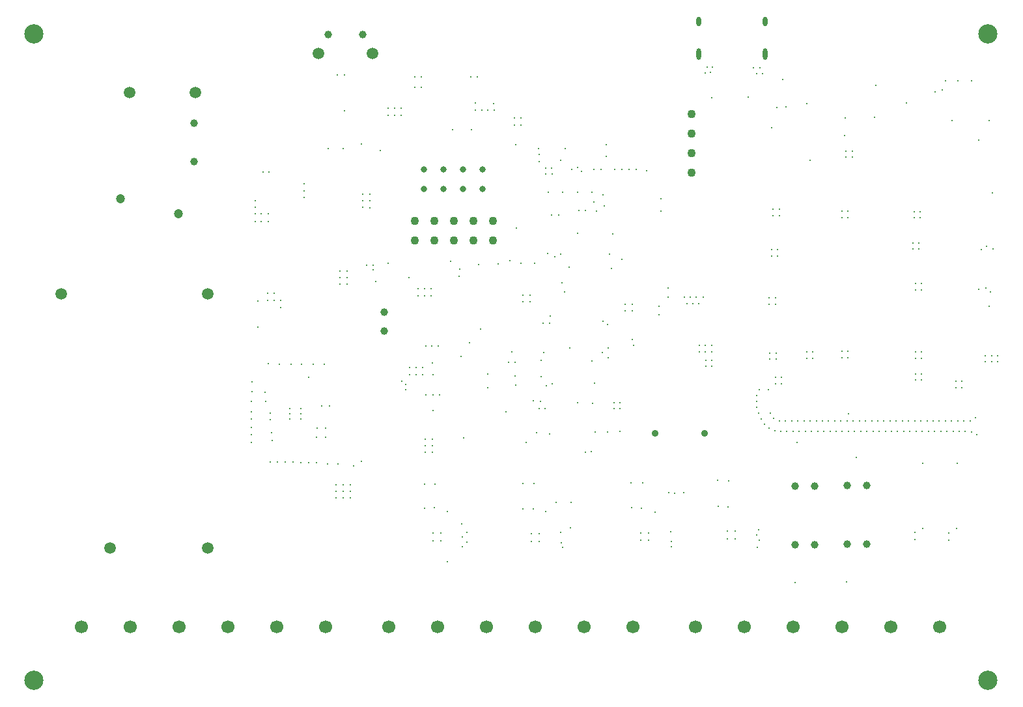
<source format=gbr>
%TF.GenerationSoftware,Altium Limited,Altium Designer,22.5.1 (42)*%
G04 Layer_Color=0*
%FSLAX45Y45*%
%MOMM*%
%TF.SameCoordinates,BCC7A4F8-9605-4868-ACEC-D28EECC8EA53*%
%TF.FilePolarity,Positive*%
%TF.FileFunction,Plated,1,4,PTH,Drill*%
%TF.Part,Single*%
G01*
G75*
%TA.AperFunction,ComponentDrill*%
%ADD226C,1.00000*%
%ADD228O,0.60000X1.50000*%
%ADD229O,0.60000X1.20000*%
%ADD230O,0.60000X1.50002*%
%ADD231C,1.50002*%
%ADD232C,1.50114*%
%ADD233C,1.19888*%
%TA.AperFunction,OtherDrill,Pad Free-1 (3mm,3mm)*%
%ADD234C,2.50000*%
%TA.AperFunction,ComponentDrill*%
%ADD235C,1.10002*%
%ADD236C,1.70002*%
%ADD237C,1.00000*%
%ADD238C,1.10002*%
%ADD239C,0.80000*%
%TA.AperFunction,OtherDrill,Pad Free-1 (127mm,3mm)*%
%ADD240C,2.50000*%
%TA.AperFunction,OtherDrill,Pad Free-1 (127mm,87mm)*%
%ADD241C,2.50000*%
%TA.AperFunction,OtherDrill,Pad Free-1 (3mm,87mm)*%
%ADD242C,2.50000*%
%TA.AperFunction,ComponentDrill*%
%ADD243C,0.90000*%
%ADD244C,1.00000*%
%TA.AperFunction,ViaDrill,NotFilled*%
%ADD245C,0.20000*%
%ADD246C,0.30480*%
D226*
X4572401Y8696963D02*
D03*
X4122379D02*
D03*
X10451930Y2067370D02*
D03*
Y2829370D02*
D03*
X11125420Y2074230D02*
D03*
Y2836230D02*
D03*
X10871420D02*
D03*
X10197930Y2829370D02*
D03*
Y2067370D02*
D03*
X10871420Y2074230D02*
D03*
D228*
X9806031Y8443257D02*
D03*
D229*
Y8863260D02*
D03*
X8941029D02*
D03*
D230*
Y8443261D02*
D03*
D231*
X1541707Y7944071D02*
D03*
X2401716D02*
D03*
X4697389Y8446938D02*
D03*
X3997391D02*
D03*
D232*
X650810Y5328270D02*
D03*
X2555810D02*
D03*
X1285810Y2026270D02*
D03*
X2555810D02*
D03*
D233*
X1425850Y6562510D02*
D03*
X2177550Y6366310D02*
D03*
D234*
X300000Y300000D02*
D03*
D235*
X8853710Y6897850D02*
D03*
Y7151850D02*
D03*
Y7659850D02*
D03*
Y7405850D02*
D03*
D236*
X1554408Y998280D02*
D03*
X919410D02*
D03*
X2189408D02*
D03*
X2824408D02*
D03*
X3459408D02*
D03*
X4094408D02*
D03*
X4909395D02*
D03*
X5544393D02*
D03*
X6179393D02*
D03*
X6814393D02*
D03*
X7449393D02*
D03*
X8084393D02*
D03*
X8899380D02*
D03*
X9534377D02*
D03*
X10169377D02*
D03*
X10804377D02*
D03*
X11439377D02*
D03*
X12074377D02*
D03*
D237*
X4852140Y5088510D02*
D03*
Y4838510D02*
D03*
D238*
X5250560Y6015340D02*
D03*
Y6269340D02*
D03*
X5504560Y6015340D02*
D03*
Y6269340D02*
D03*
X5758560Y6015340D02*
D03*
Y6269340D02*
D03*
X6012560Y6015340D02*
D03*
Y6269340D02*
D03*
X6266560Y6015340D02*
D03*
Y6269340D02*
D03*
D239*
X6131530Y6688710D02*
D03*
X5877530D02*
D03*
X5623530D02*
D03*
X5369530D02*
D03*
Y6942710D02*
D03*
X5623530D02*
D03*
X5877530D02*
D03*
X6131530D02*
D03*
D240*
X12700000Y300002D02*
D03*
D241*
X12699998Y8700002D02*
D03*
D242*
X299998Y8700000D02*
D03*
D243*
X8373390Y3516440D02*
D03*
X9023390D02*
D03*
D244*
X2382910Y7539820D02*
D03*
Y7039821D02*
D03*
D245*
X5889952Y3456165D02*
D03*
X12306330Y3125940D02*
D03*
X9196539Y2561819D02*
D03*
X8628687Y2736921D02*
D03*
X9324809Y2558279D02*
D03*
X8748250Y2743090D02*
D03*
X8552910Y2743170D02*
D03*
X9329270Y2891980D02*
D03*
X8066000Y2864660D02*
D03*
X8214420Y2868430D02*
D03*
X9192110Y2898840D02*
D03*
X7201530Y5346950D02*
D03*
X7718280Y6466250D02*
D03*
X7616600Y6403070D02*
D03*
X6570960Y6182790D02*
D03*
X4900923Y7641160D02*
D03*
X5717860Y5745049D02*
D03*
X6698640Y3393690D02*
D03*
X9091661Y8201187D02*
D03*
X3179650Y6260600D02*
D03*
X3342990D02*
D03*
X3257484D02*
D03*
X3808730Y6750956D02*
D03*
Y6665450D02*
D03*
Y6579490D02*
D03*
X3257484Y6363180D02*
D03*
X3342990D02*
D03*
X3179650D02*
D03*
Y6449141D02*
D03*
Y6534647D02*
D03*
X12018620Y7946170D02*
D03*
X12107243Y7974795D02*
D03*
X12153020Y8094380D02*
D03*
X11857870Y3125940D02*
D03*
X7779930Y5841780D02*
D03*
X7808340Y5656770D02*
D03*
X6988152Y6643816D02*
D03*
X7176698D02*
D03*
X7365245D02*
D03*
X7553791D02*
D03*
X7581087Y6520749D02*
D03*
X7696805Y6610358D02*
D03*
X7822280Y6100460D02*
D03*
X7944160Y5770970D02*
D03*
X9959000Y7741700D02*
D03*
X10075202Y7758136D02*
D03*
X10033806Y8109756D02*
D03*
X9890480Y7479260D02*
D03*
X6837120Y3519280D02*
D03*
X7007060Y3507260D02*
D03*
X7039891Y4152723D02*
D03*
X6795980Y3934140D02*
D03*
X6883250Y3929200D02*
D03*
X6556773Y4433689D02*
D03*
X6467272D02*
D03*
X7262602Y4621548D02*
D03*
X7005310Y4944440D02*
D03*
X6915810D02*
D03*
X8077309Y4730340D02*
D03*
X8093310Y4656220D02*
D03*
X3767250Y3701180D02*
D03*
Y3837320D02*
D03*
Y3770263D02*
D03*
X3628060D02*
D03*
Y3701180D02*
D03*
Y3837320D02*
D03*
X4144945Y3868888D02*
D03*
X4043530Y3867320D02*
D03*
X12581230Y7326140D02*
D03*
X6925060Y4562280D02*
D03*
X6434909Y3791339D02*
D03*
X6202220Y4281920D02*
D03*
X6514505Y4569040D02*
D03*
X6892080Y4244810D02*
D03*
X4367120Y5451650D02*
D03*
X4274690Y5537156D02*
D03*
X4367120D02*
D03*
X4274690Y5451650D02*
D03*
X4367120Y5623117D02*
D03*
X4274690D02*
D03*
X6634226Y7516117D02*
D03*
X6548720Y7608547D02*
D03*
Y7516117D02*
D03*
X6634226Y7608547D02*
D03*
X5976294Y8140650D02*
D03*
X6061800D02*
D03*
X5339256Y8004360D02*
D03*
X5251864Y8144630D02*
D03*
X5253750Y8004360D02*
D03*
X5337370Y8144630D02*
D03*
X5072390Y7733590D02*
D03*
X4986884Y7641160D02*
D03*
Y7733590D02*
D03*
X5072390Y7641160D02*
D03*
X4900923Y7733590D02*
D03*
X6119483Y7715460D02*
D03*
X6200777D02*
D03*
X6038190D02*
D03*
X6279230Y7799590D02*
D03*
X6038190Y7803796D02*
D03*
X6282070Y7715460D02*
D03*
X9771760Y8183820D02*
D03*
X9735580Y8264010D02*
D03*
X9658227D02*
D03*
X9694407Y8183820D02*
D03*
X9028281Y8193057D02*
D03*
X9052330Y8271060D02*
D03*
X9123190D02*
D03*
X9868769Y4556356D02*
D03*
Y4475973D02*
D03*
X9947189D02*
D03*
Y4556356D02*
D03*
X9728832Y4079467D02*
D03*
X9693937Y4007478D02*
D03*
Y3927479D02*
D03*
Y3847479D02*
D03*
X9724140Y3773399D02*
D03*
X9753195Y3698862D02*
D03*
X9797152Y3632021D02*
D03*
X9856716Y3578616D02*
D03*
X9929917Y3546343D02*
D03*
X10009343Y3536778D02*
D03*
X10089343D02*
D03*
X10169343D02*
D03*
X10249342D02*
D03*
X10329342D02*
D03*
X10409342D02*
D03*
X10489342D02*
D03*
X10569342D02*
D03*
X10649342D02*
D03*
X10729342D02*
D03*
X10809341D02*
D03*
X10889341D02*
D03*
X10969341D02*
D03*
X11049341D02*
D03*
X11129341D02*
D03*
X11209341D02*
D03*
X11289340D02*
D03*
X11369340D02*
D03*
X11449340D02*
D03*
X11529340D02*
D03*
X11609340D02*
D03*
X11689340D02*
D03*
X11769339D02*
D03*
X11849339D02*
D03*
X11929339D02*
D03*
X12009339D02*
D03*
X12089339D02*
D03*
X12169339D02*
D03*
X12249338D02*
D03*
X12329338D02*
D03*
X12409338D02*
D03*
X12489236Y3532728D02*
D03*
X12559692Y3494835D02*
D03*
X12540152Y3716066D02*
D03*
X12471353Y3675242D02*
D03*
X12391353D02*
D03*
X12311353D02*
D03*
X12231353D02*
D03*
X12151354D02*
D03*
X12071354D02*
D03*
X11991354D02*
D03*
X11911354D02*
D03*
X11831354D02*
D03*
X11751354D02*
D03*
X11671355D02*
D03*
X11591355D02*
D03*
X11511355D02*
D03*
X11431355D02*
D03*
X11351355D02*
D03*
X11271355D02*
D03*
X11191356D02*
D03*
X11111356D02*
D03*
X11031356D02*
D03*
X10951356D02*
D03*
X10871356D02*
D03*
X10791356D02*
D03*
X10711357D02*
D03*
X10631357D02*
D03*
X10551357D02*
D03*
X10471357D02*
D03*
X10391357D02*
D03*
X10311357D02*
D03*
X10231357D02*
D03*
X10151358D02*
D03*
X10071358D02*
D03*
X9991361Y3675958D02*
D03*
X9917407Y3706466D02*
D03*
X9871788Y3772184D02*
D03*
X9848523Y4081384D02*
D03*
X10020877Y4240270D02*
D03*
X9942457D02*
D03*
X10020877Y4159887D02*
D03*
X9942457D02*
D03*
X7557280Y4451510D02*
D03*
X7756825Y4929502D02*
D03*
X7702370Y4965720D02*
D03*
X6491600Y5755590D02*
D03*
X6864280Y7214570D02*
D03*
X7027100Y6346030D02*
D03*
X6978250Y5852340D02*
D03*
X7587770Y4162888D02*
D03*
X7259600Y5669010D02*
D03*
X7160950Y5469960D02*
D03*
X6894030Y4462160D02*
D03*
X7071140Y5809412D02*
D03*
X7366059Y3909474D02*
D03*
X6866330Y3831190D02*
D03*
X6944043Y3831897D02*
D03*
X6560270Y4138350D02*
D03*
X6966059Y4134110D02*
D03*
X6559512Y4257689D02*
D03*
X7124680Y6344360D02*
D03*
X6332680Y5712230D02*
D03*
X10990280Y3200910D02*
D03*
X3122540Y3499419D02*
D03*
Y3394189D02*
D03*
X3126340Y3592030D02*
D03*
X10193570Y1571460D02*
D03*
X9585285Y7876868D02*
D03*
X9112725Y7869838D02*
D03*
X7388000Y6405770D02*
D03*
X7466330Y6407110D02*
D03*
X4560570Y3150270D02*
D03*
X4454580Y3091760D02*
D03*
X4253114Y3110319D02*
D03*
X4114694Y3112449D02*
D03*
X3773364Y3134499D02*
D03*
X3370747Y3690387D02*
D03*
X3374140Y3777930D02*
D03*
X3565824Y3139939D02*
D03*
X3667072Y3137391D02*
D03*
X3468724Y3140369D02*
D03*
X5480590Y3434397D02*
D03*
X5384554Y3435722D02*
D03*
Y3350216D02*
D03*
X3309774Y3925859D02*
D03*
X10222340Y3390950D02*
D03*
X7549560Y3279190D02*
D03*
X7473810Y3264490D02*
D03*
X12198270Y2220869D02*
D03*
Y2125439D02*
D03*
X11750551Y2128750D02*
D03*
Y2224179D02*
D03*
X12297440Y2276780D02*
D03*
X11859050Y2274420D02*
D03*
X5171220Y5534770D02*
D03*
X4907930Y5726250D02*
D03*
X4621060Y5698730D02*
D03*
X4712670D02*
D03*
X3211160Y4890360D02*
D03*
Y5232370D02*
D03*
X3306854Y4049679D02*
D03*
X3385690Y3521170D02*
D03*
X3350413Y4421153D02*
D03*
X4802550Y7188960D02*
D03*
X3398750Y3420050D02*
D03*
X5824500Y5552200D02*
D03*
X5837410Y5648080D02*
D03*
X6080360Y5706180D02*
D03*
X7370153Y6107832D02*
D03*
X6658450Y5304963D02*
D03*
Y5224580D02*
D03*
X5295034Y5389359D02*
D03*
X5380995Y5296929D02*
D03*
X4712020Y5633300D02*
D03*
X4743550Y5488340D02*
D03*
X4412257Y2671368D02*
D03*
X4319827D02*
D03*
X3334978Y5330794D02*
D03*
Y5238363D02*
D03*
X3420939Y5330794D02*
D03*
Y5238363D02*
D03*
X10867340Y1585150D02*
D03*
X4574194Y6618132D02*
D03*
Y6532626D02*
D03*
Y6446665D02*
D03*
X4670230Y6445340D02*
D03*
Y6531301D02*
D03*
Y6616807D02*
D03*
X3355290Y6905860D02*
D03*
X3275119Y6905608D02*
D03*
X5393680Y4009930D02*
D03*
X5486010Y4277030D02*
D03*
X6202850Y4104670D02*
D03*
X5485570Y4013120D02*
D03*
X5991980Y7460490D02*
D03*
X7366132Y6969133D02*
D03*
X7420082Y6915182D02*
D03*
X8268683Y6926103D02*
D03*
X7206910Y7210520D02*
D03*
X7150500Y5840250D02*
D03*
X8998200Y5278810D02*
D03*
X10890880Y3768950D02*
D03*
X8545255Y5398656D02*
D03*
Y5280876D02*
D03*
X8449500Y6397770D02*
D03*
X8450340Y6563140D02*
D03*
X8080890Y5185340D02*
D03*
X7989180Y5188100D02*
D03*
X12285127Y4104986D02*
D03*
X12363547D02*
D03*
Y4185370D02*
D03*
X12285127D02*
D03*
X11760267Y4202907D02*
D03*
X11838687D02*
D03*
Y4283290D02*
D03*
X11760267D02*
D03*
X10345627Y4488446D02*
D03*
X10424047D02*
D03*
Y4568830D02*
D03*
X10345627D02*
D03*
X9036847Y4380636D02*
D03*
X9115267D02*
D03*
Y4461020D02*
D03*
X9036847D02*
D03*
X10859477Y7101546D02*
D03*
X10937897D02*
D03*
Y7181930D02*
D03*
X10859477D02*
D03*
X11741607Y6311427D02*
D03*
X11820027D02*
D03*
Y6391810D02*
D03*
X11741607D02*
D03*
X9912017Y6343426D02*
D03*
X9990437D02*
D03*
Y6423810D02*
D03*
X9912017D02*
D03*
X10807442Y6398294D02*
D03*
X10885862D02*
D03*
Y6317911D02*
D03*
X10807442D02*
D03*
X11761852Y5457514D02*
D03*
X11840272D02*
D03*
Y5377131D02*
D03*
X11761852D02*
D03*
X11728532Y5987784D02*
D03*
X11806952D02*
D03*
Y5907401D02*
D03*
X11728532D02*
D03*
X9887582Y5899754D02*
D03*
X9966002D02*
D03*
Y5819371D02*
D03*
X9887582D02*
D03*
X9861552Y5273224D02*
D03*
X9939972D02*
D03*
Y5192841D02*
D03*
X9861552D02*
D03*
X11761600Y4569600D02*
D03*
X11840020D02*
D03*
Y4489217D02*
D03*
X11761600D02*
D03*
X10802610Y4578000D02*
D03*
X10881030D02*
D03*
Y4497617D02*
D03*
X10802610D02*
D03*
X8426040Y5049540D02*
D03*
Y5167320D02*
D03*
X4318850Y7215220D02*
D03*
X4124580Y7215210D02*
D03*
X4556280Y7274290D02*
D03*
X4340880Y8169020D02*
D03*
X4245690Y8171880D02*
D03*
X6864820Y7044130D02*
D03*
X4339800Y7702320D02*
D03*
X7034260Y6879540D02*
D03*
X6956640Y6880240D02*
D03*
X7033660Y6956560D02*
D03*
X6954790Y6954160D02*
D03*
X8199590Y2540150D02*
D03*
X6805260Y5724150D02*
D03*
X6629250Y5720090D02*
D03*
X5961810Y4692290D02*
D03*
X5854410Y4507680D02*
D03*
X6109770Y4866700D02*
D03*
X5480590Y3348891D02*
D03*
Y3262930D02*
D03*
X5384554Y3264255D02*
D03*
X5574270Y4012480D02*
D03*
X5084320Y4189880D02*
D03*
X5131490Y4080910D02*
D03*
X5132570Y4145970D02*
D03*
X5479680Y4422570D02*
D03*
X5392380Y4644790D02*
D03*
X5554280D02*
D03*
X5473330D02*
D03*
X3872500Y4238330D02*
D03*
X4223790Y2844160D02*
D03*
Y2758654D02*
D03*
Y2672693D02*
D03*
X4412257Y2842835D02*
D03*
X4319827Y2757329D02*
D03*
X4412257D02*
D03*
X4319827Y2842835D02*
D03*
X5352345Y4365639D02*
D03*
X5266384D02*
D03*
X5352345Y4273209D02*
D03*
X5180878Y4365639D02*
D03*
X5266384Y4273209D02*
D03*
X5180878D02*
D03*
X3511350Y5145000D02*
D03*
Y5237430D02*
D03*
X12758540Y6634010D02*
D03*
X12770750Y5906110D02*
D03*
X12688082Y5941832D02*
D03*
X12719429Y5165109D02*
D03*
X10344410Y7792440D02*
D03*
X11648029Y7804659D02*
D03*
X12722969Y7572109D02*
D03*
X12233169Y7579859D02*
D03*
X12486369Y8093579D02*
D03*
X12313429Y8089029D02*
D03*
X8075169Y2545809D02*
D03*
X6794439Y2530789D02*
D03*
X6658580Y2527940D02*
D03*
X5508510Y2543000D02*
D03*
X5380350Y2541510D02*
D03*
X7281820Y2614270D02*
D03*
X7274159Y2281701D02*
D03*
X7156230Y2093340D02*
D03*
X7171018Y2026652D02*
D03*
X7144084Y2223877D02*
D03*
X5925360Y2101150D02*
D03*
X5928980Y2227790D02*
D03*
X5862944Y2339015D02*
D03*
X7144170Y7059580D02*
D03*
X6866470Y7135100D02*
D03*
X6563000Y7264150D02*
D03*
X5485400Y3808600D02*
D03*
X5466501Y5296929D02*
D03*
X4073635Y4412129D02*
D03*
X3927195Y4410819D02*
D03*
X3778115Y4412129D02*
D03*
X3638895Y4410819D02*
D03*
X3491785Y4413449D02*
D03*
X5744850Y7454010D02*
D03*
X6747950Y5304963D02*
D03*
Y5224580D02*
D03*
X7563450Y3904195D02*
D03*
X7693770Y4560370D02*
D03*
X7576040Y6940150D02*
D03*
X7674270Y6941420D02*
D03*
X7853380Y6944520D02*
D03*
X7009870Y5033880D02*
D03*
X7294040Y6943140D02*
D03*
X7740620Y7106526D02*
D03*
X7739840Y7262320D02*
D03*
X8127790Y6943770D02*
D03*
X8038507Y6938373D02*
D03*
X7943080Y6943770D02*
D03*
X3126774Y3792889D02*
D03*
X3134564Y4053179D02*
D03*
X3136434Y4177429D02*
D03*
X3128134Y3929949D02*
D03*
X3126774Y3694729D02*
D03*
X3371224Y3142259D02*
D03*
X4094124Y3579259D02*
D03*
X3975944Y3462109D02*
D03*
X4088424Y3461589D02*
D03*
X3970614Y3133569D02*
D03*
X3871654Y3132549D02*
D03*
X3980084Y3579779D02*
D03*
X5466501Y5389359D02*
D03*
X5295034Y5296929D02*
D03*
X5380995Y5389359D02*
D03*
X7600560Y3529440D02*
D03*
X7841700Y3913940D02*
D03*
X7920120D02*
D03*
Y3833557D02*
D03*
X7841700D02*
D03*
X7919630Y3538840D02*
D03*
X7755050Y3527360D02*
D03*
X7990530Y5107300D02*
D03*
X8082260Y5104560D02*
D03*
X8755720Y5280500D02*
D03*
X8834140D02*
D03*
X8372560Y2489480D02*
D03*
X5673570Y2493760D02*
D03*
X5672050Y1844690D02*
D03*
X6951530Y2493100D02*
D03*
X9694612Y2189168D02*
D03*
X9733750Y2126790D02*
D03*
X9726160Y2255440D02*
D03*
X7087587Y2613350D02*
D03*
X5872440Y2035020D02*
D03*
X5870880Y2165920D02*
D03*
X9705250Y2027890D02*
D03*
X8584220Y2037860D02*
D03*
X8584990Y2103570D02*
D03*
X8577610Y2234490D02*
D03*
X12614010Y5902420D02*
D03*
X10391740Y7063980D02*
D03*
X12680870Y5398440D02*
D03*
X12739370Y5346360D02*
D03*
X12671560Y4439697D02*
D03*
X12749980D02*
D03*
Y4520080D02*
D03*
X12671560D02*
D03*
X12830400Y4522513D02*
D03*
Y4442130D02*
D03*
X9109350Y4573230D02*
D03*
Y4653613D02*
D03*
X8950510Y4651180D02*
D03*
X9028930D02*
D03*
Y4570797D02*
D03*
X8950510D02*
D03*
X7762890Y4623150D02*
D03*
Y4495680D02*
D03*
X8789159Y5200117D02*
D03*
X8867579D02*
D03*
X8945999D02*
D03*
X8912560Y5280500D02*
D03*
X10844420Y7611490D02*
D03*
X10843250Y7383000D02*
D03*
X11244730Y8034960D02*
D03*
X11227520Y7620000D02*
D03*
X12580250Y5383250D02*
D03*
X6656840Y2858090D02*
D03*
X6800310Y2859230D02*
D03*
X5515730Y2854460D02*
D03*
X5379680Y2855150D02*
D03*
D246*
X6769840Y2208010D02*
D03*
X6869840D02*
D03*
Y2108010D02*
D03*
X6769840D02*
D03*
X5491660Y2115440D02*
D03*
X5591660D02*
D03*
Y2215440D02*
D03*
X5491660D02*
D03*
X8190413Y2219972D02*
D03*
X8290413D02*
D03*
Y2119973D02*
D03*
X8190413D02*
D03*
X9315880Y2241340D02*
D03*
X9415880D02*
D03*
Y2141340D02*
D03*
X9315880D02*
D03*
%TF.MD5,f6e1042f4ff3d9582966d603c994bac7*%
M02*

</source>
